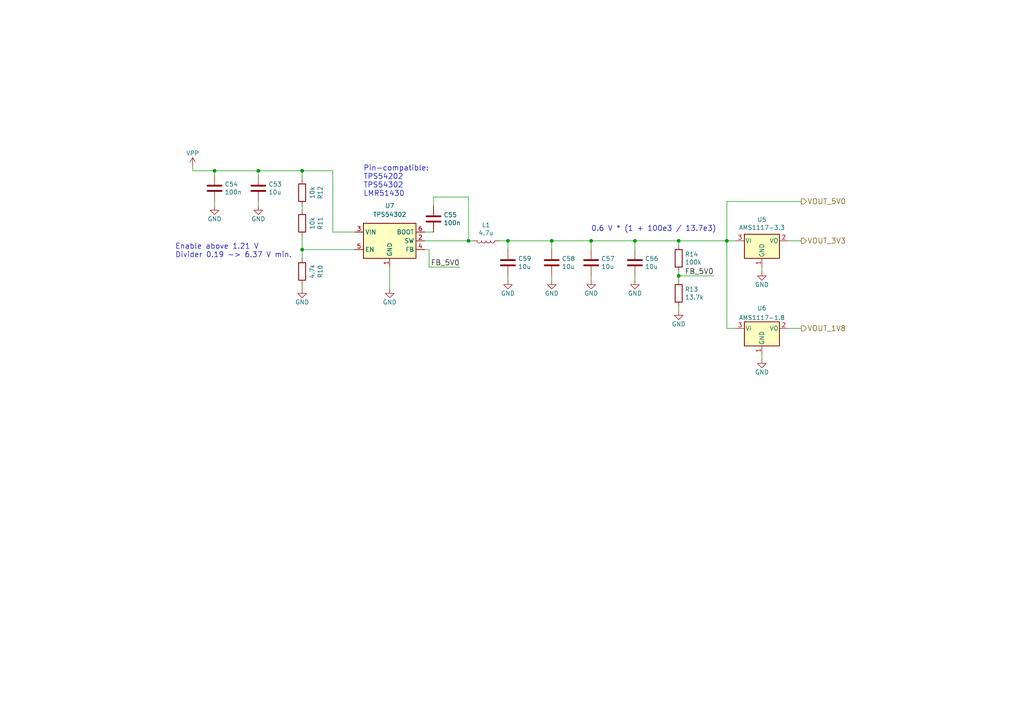
<source format=kicad_sch>
(kicad_sch (version 20211123) (generator eeschema)

  (uuid 7ed848ff-294a-4c04-9459-1c6cc82e1e45)

  (paper "A4")

  (title_block
    (title "blus mini")
    (date "2023-05-08")
    (rev "b")
    (company "elagil")
  )

  (lib_symbols
    (symbol "Device:C" (pin_numbers hide) (pin_names (offset 0.254)) (in_bom yes) (on_board yes)
      (property "Reference" "C" (id 0) (at 0.635 2.54 0)
        (effects (font (size 1.27 1.27)) (justify left))
      )
      (property "Value" "C" (id 1) (at 0.635 -2.54 0)
        (effects (font (size 1.27 1.27)) (justify left))
      )
      (property "Footprint" "" (id 2) (at 0.9652 -3.81 0)
        (effects (font (size 1.27 1.27)) hide)
      )
      (property "Datasheet" "~" (id 3) (at 0 0 0)
        (effects (font (size 1.27 1.27)) hide)
      )
      (property "ki_keywords" "cap capacitor" (id 4) (at 0 0 0)
        (effects (font (size 1.27 1.27)) hide)
      )
      (property "ki_description" "Unpolarized capacitor" (id 5) (at 0 0 0)
        (effects (font (size 1.27 1.27)) hide)
      )
      (property "ki_fp_filters" "C_*" (id 6) (at 0 0 0)
        (effects (font (size 1.27 1.27)) hide)
      )
      (symbol "C_0_1"
        (polyline
          (pts
            (xy -2.032 -0.762)
            (xy 2.032 -0.762)
          )
          (stroke (width 0.508) (type default) (color 0 0 0 0))
          (fill (type none))
        )
        (polyline
          (pts
            (xy -2.032 0.762)
            (xy 2.032 0.762)
          )
          (stroke (width 0.508) (type default) (color 0 0 0 0))
          (fill (type none))
        )
      )
      (symbol "C_1_1"
        (pin passive line (at 0 3.81 270) (length 2.794)
          (name "~" (effects (font (size 1.27 1.27))))
          (number "1" (effects (font (size 1.27 1.27))))
        )
        (pin passive line (at 0 -3.81 90) (length 2.794)
          (name "~" (effects (font (size 1.27 1.27))))
          (number "2" (effects (font (size 1.27 1.27))))
        )
      )
    )
    (symbol "Device:L" (pin_numbers hide) (pin_names (offset 1.016) hide) (in_bom yes) (on_board yes)
      (property "Reference" "L" (id 0) (at -1.27 0 90)
        (effects (font (size 1.27 1.27)))
      )
      (property "Value" "L" (id 1) (at 1.905 0 90)
        (effects (font (size 1.27 1.27)))
      )
      (property "Footprint" "" (id 2) (at 0 0 0)
        (effects (font (size 1.27 1.27)) hide)
      )
      (property "Datasheet" "~" (id 3) (at 0 0 0)
        (effects (font (size 1.27 1.27)) hide)
      )
      (property "ki_keywords" "inductor choke coil reactor magnetic" (id 4) (at 0 0 0)
        (effects (font (size 1.27 1.27)) hide)
      )
      (property "ki_description" "Inductor" (id 5) (at 0 0 0)
        (effects (font (size 1.27 1.27)) hide)
      )
      (property "ki_fp_filters" "Choke_* *Coil* Inductor_* L_*" (id 6) (at 0 0 0)
        (effects (font (size 1.27 1.27)) hide)
      )
      (symbol "L_0_1"
        (arc (start 0 -2.54) (mid 0.635 -1.905) (end 0 -1.27)
          (stroke (width 0) (type default) (color 0 0 0 0))
          (fill (type none))
        )
        (arc (start 0 -1.27) (mid 0.635 -0.635) (end 0 0)
          (stroke (width 0) (type default) (color 0 0 0 0))
          (fill (type none))
        )
        (arc (start 0 0) (mid 0.635 0.635) (end 0 1.27)
          (stroke (width 0) (type default) (color 0 0 0 0))
          (fill (type none))
        )
        (arc (start 0 1.27) (mid 0.635 1.905) (end 0 2.54)
          (stroke (width 0) (type default) (color 0 0 0 0))
          (fill (type none))
        )
      )
      (symbol "L_1_1"
        (pin passive line (at 0 3.81 270) (length 1.27)
          (name "1" (effects (font (size 1.27 1.27))))
          (number "1" (effects (font (size 1.27 1.27))))
        )
        (pin passive line (at 0 -3.81 90) (length 1.27)
          (name "2" (effects (font (size 1.27 1.27))))
          (number "2" (effects (font (size 1.27 1.27))))
        )
      )
    )
    (symbol "Device:R" (pin_numbers hide) (pin_names (offset 0)) (in_bom yes) (on_board yes)
      (property "Reference" "R" (id 0) (at 2.032 0 90)
        (effects (font (size 1.27 1.27)))
      )
      (property "Value" "R" (id 1) (at 0 0 90)
        (effects (font (size 1.27 1.27)))
      )
      (property "Footprint" "" (id 2) (at -1.778 0 90)
        (effects (font (size 1.27 1.27)) hide)
      )
      (property "Datasheet" "~" (id 3) (at 0 0 0)
        (effects (font (size 1.27 1.27)) hide)
      )
      (property "ki_keywords" "R res resistor" (id 4) (at 0 0 0)
        (effects (font (size 1.27 1.27)) hide)
      )
      (property "ki_description" "Resistor" (id 5) (at 0 0 0)
        (effects (font (size 1.27 1.27)) hide)
      )
      (property "ki_fp_filters" "R_*" (id 6) (at 0 0 0)
        (effects (font (size 1.27 1.27)) hide)
      )
      (symbol "R_0_1"
        (rectangle (start -1.016 -2.54) (end 1.016 2.54)
          (stroke (width 0.254) (type default) (color 0 0 0 0))
          (fill (type none))
        )
      )
      (symbol "R_1_1"
        (pin passive line (at 0 3.81 270) (length 1.27)
          (name "~" (effects (font (size 1.27 1.27))))
          (number "1" (effects (font (size 1.27 1.27))))
        )
        (pin passive line (at 0 -3.81 90) (length 1.27)
          (name "~" (effects (font (size 1.27 1.27))))
          (number "2" (effects (font (size 1.27 1.27))))
        )
      )
    )
    (symbol "Regulator_Linear:AMS1117-1.8" (pin_names (offset 0.254)) (in_bom yes) (on_board yes)
      (property "Reference" "U" (id 0) (at -3.81 3.175 0)
        (effects (font (size 1.27 1.27)))
      )
      (property "Value" "AMS1117-1.8" (id 1) (at 0 3.175 0)
        (effects (font (size 1.27 1.27)) (justify left))
      )
      (property "Footprint" "Package_TO_SOT_SMD:SOT-223-3_TabPin2" (id 2) (at 0 5.08 0)
        (effects (font (size 1.27 1.27)) hide)
      )
      (property "Datasheet" "http://www.advanced-monolithic.com/pdf/ds1117.pdf" (id 3) (at 2.54 -6.35 0)
        (effects (font (size 1.27 1.27)) hide)
      )
      (property "ki_keywords" "linear regulator ldo fixed positive" (id 4) (at 0 0 0)
        (effects (font (size 1.27 1.27)) hide)
      )
      (property "ki_description" "1A Low Dropout regulator, positive, 1.8V fixed output, SOT-223" (id 5) (at 0 0 0)
        (effects (font (size 1.27 1.27)) hide)
      )
      (property "ki_fp_filters" "SOT?223*TabPin2*" (id 6) (at 0 0 0)
        (effects (font (size 1.27 1.27)) hide)
      )
      (symbol "AMS1117-1.8_0_1"
        (rectangle (start -5.08 -5.08) (end 5.08 1.905)
          (stroke (width 0.254) (type default) (color 0 0 0 0))
          (fill (type background))
        )
      )
      (symbol "AMS1117-1.8_1_1"
        (pin power_in line (at 0 -7.62 90) (length 2.54)
          (name "GND" (effects (font (size 1.27 1.27))))
          (number "1" (effects (font (size 1.27 1.27))))
        )
        (pin power_out line (at 7.62 0 180) (length 2.54)
          (name "VO" (effects (font (size 1.27 1.27))))
          (number "2" (effects (font (size 1.27 1.27))))
        )
        (pin power_in line (at -7.62 0 0) (length 2.54)
          (name "VI" (effects (font (size 1.27 1.27))))
          (number "3" (effects (font (size 1.27 1.27))))
        )
      )
    )
    (symbol "Regulator_Linear:AMS1117-3.3" (pin_names (offset 0.254)) (in_bom yes) (on_board yes)
      (property "Reference" "U" (id 0) (at -3.81 3.175 0)
        (effects (font (size 1.27 1.27)))
      )
      (property "Value" "AMS1117-3.3" (id 1) (at 0 3.175 0)
        (effects (font (size 1.27 1.27)) (justify left))
      )
      (property "Footprint" "Package_TO_SOT_SMD:SOT-223-3_TabPin2" (id 2) (at 0 5.08 0)
        (effects (font (size 1.27 1.27)) hide)
      )
      (property "Datasheet" "http://www.advanced-monolithic.com/pdf/ds1117.pdf" (id 3) (at 2.54 -6.35 0)
        (effects (font (size 1.27 1.27)) hide)
      )
      (property "ki_keywords" "linear regulator ldo fixed positive" (id 4) (at 0 0 0)
        (effects (font (size 1.27 1.27)) hide)
      )
      (property "ki_description" "1A Low Dropout regulator, positive, 3.3V fixed output, SOT-223" (id 5) (at 0 0 0)
        (effects (font (size 1.27 1.27)) hide)
      )
      (property "ki_fp_filters" "SOT?223*TabPin2*" (id 6) (at 0 0 0)
        (effects (font (size 1.27 1.27)) hide)
      )
      (symbol "AMS1117-3.3_0_1"
        (rectangle (start -5.08 -5.08) (end 5.08 1.905)
          (stroke (width 0.254) (type default) (color 0 0 0 0))
          (fill (type background))
        )
      )
      (symbol "AMS1117-3.3_1_1"
        (pin power_in line (at 0 -7.62 90) (length 2.54)
          (name "GND" (effects (font (size 1.27 1.27))))
          (number "1" (effects (font (size 1.27 1.27))))
        )
        (pin power_out line (at 7.62 0 180) (length 2.54)
          (name "VO" (effects (font (size 1.27 1.27))))
          (number "2" (effects (font (size 1.27 1.27))))
        )
        (pin power_in line (at -7.62 0 0) (length 2.54)
          (name "VI" (effects (font (size 1.27 1.27))))
          (number "3" (effects (font (size 1.27 1.27))))
        )
      )
    )
    (symbol "Regulator_Switching:TPS54302" (in_bom yes) (on_board yes)
      (property "Reference" "U" (id 0) (at -7.62 6.35 0)
        (effects (font (size 1.27 1.27)) (justify left))
      )
      (property "Value" "TPS54302" (id 1) (at 0 6.35 0)
        (effects (font (size 1.27 1.27)) (justify left))
      )
      (property "Footprint" "Package_TO_SOT_SMD:SOT-23-6" (id 2) (at 1.27 -8.89 0)
        (effects (font (size 1.27 1.27)) (justify left) hide)
      )
      (property "Datasheet" "http://www.ti.com/lit/ds/symlink/tps54302.pdf" (id 3) (at -7.62 8.89 0)
        (effects (font (size 1.27 1.27)) hide)
      )
      (property "ki_keywords" "switching buck converter power-supply voltage regulator emi spread spectrum" (id 4) (at 0 0 0)
        (effects (font (size 1.27 1.27)) hide)
      )
      (property "ki_description" "3A, 4.5 to 28V Input, EMI Friendly integrated switch synchronous step-down regulator, pulse-skipping, SOT-23-6" (id 5) (at 0 0 0)
        (effects (font (size 1.27 1.27)) hide)
      )
      (property "ki_fp_filters" "SOT?23*" (id 6) (at 0 0 0)
        (effects (font (size 1.27 1.27)) hide)
      )
      (symbol "TPS54302_0_1"
        (rectangle (start -7.62 5.08) (end 7.62 -5.08)
          (stroke (width 0.254) (type default) (color 0 0 0 0))
          (fill (type background))
        )
      )
      (symbol "TPS54302_1_1"
        (pin power_in line (at 0 -7.62 90) (length 2.54)
          (name "GND" (effects (font (size 1.27 1.27))))
          (number "1" (effects (font (size 1.27 1.27))))
        )
        (pin power_out line (at 10.16 0 180) (length 2.54)
          (name "SW" (effects (font (size 1.27 1.27))))
          (number "2" (effects (font (size 1.27 1.27))))
        )
        (pin power_in line (at -10.16 2.54 0) (length 2.54)
          (name "VIN" (effects (font (size 1.27 1.27))))
          (number "3" (effects (font (size 1.27 1.27))))
        )
        (pin input line (at 10.16 -2.54 180) (length 2.54)
          (name "FB" (effects (font (size 1.27 1.27))))
          (number "4" (effects (font (size 1.27 1.27))))
        )
        (pin input line (at -10.16 -2.54 0) (length 2.54)
          (name "EN" (effects (font (size 1.27 1.27))))
          (number "5" (effects (font (size 1.27 1.27))))
        )
        (pin passive line (at 10.16 2.54 180) (length 2.54)
          (name "BOOT" (effects (font (size 1.27 1.27))))
          (number "6" (effects (font (size 1.27 1.27))))
        )
      )
    )
    (symbol "power:GND" (power) (pin_names (offset 0)) (in_bom yes) (on_board yes)
      (property "Reference" "#PWR" (id 0) (at 0 -6.35 0)
        (effects (font (size 1.27 1.27)) hide)
      )
      (property "Value" "GND" (id 1) (at 0 -3.81 0)
        (effects (font (size 1.27 1.27)))
      )
      (property "Footprint" "" (id 2) (at 0 0 0)
        (effects (font (size 1.27 1.27)) hide)
      )
      (property "Datasheet" "" (id 3) (at 0 0 0)
        (effects (font (size 1.27 1.27)) hide)
      )
      (property "ki_keywords" "global power" (id 4) (at 0 0 0)
        (effects (font (size 1.27 1.27)) hide)
      )
      (property "ki_description" "Power symbol creates a global label with name \"GND\" , ground" (id 5) (at 0 0 0)
        (effects (font (size 1.27 1.27)) hide)
      )
      (symbol "GND_0_1"
        (polyline
          (pts
            (xy 0 0)
            (xy 0 -1.27)
            (xy 1.27 -1.27)
            (xy 0 -2.54)
            (xy -1.27 -1.27)
            (xy 0 -1.27)
          )
          (stroke (width 0) (type default) (color 0 0 0 0))
          (fill (type none))
        )
      )
      (symbol "GND_1_1"
        (pin power_in line (at 0 0 270) (length 0) hide
          (name "GND" (effects (font (size 1.27 1.27))))
          (number "1" (effects (font (size 1.27 1.27))))
        )
      )
    )
    (symbol "power:VPP" (power) (pin_names (offset 0)) (in_bom yes) (on_board yes)
      (property "Reference" "#PWR" (id 0) (at 0 -3.81 0)
        (effects (font (size 1.27 1.27)) hide)
      )
      (property "Value" "VPP" (id 1) (at 0 3.81 0)
        (effects (font (size 1.27 1.27)))
      )
      (property "Footprint" "" (id 2) (at 0 0 0)
        (effects (font (size 1.27 1.27)) hide)
      )
      (property "Datasheet" "" (id 3) (at 0 0 0)
        (effects (font (size 1.27 1.27)) hide)
      )
      (property "ki_keywords" "global power" (id 4) (at 0 0 0)
        (effects (font (size 1.27 1.27)) hide)
      )
      (property "ki_description" "Power symbol creates a global label with name \"VPP\"" (id 5) (at 0 0 0)
        (effects (font (size 1.27 1.27)) hide)
      )
      (symbol "VPP_0_1"
        (polyline
          (pts
            (xy -0.762 1.27)
            (xy 0 2.54)
          )
          (stroke (width 0) (type default) (color 0 0 0 0))
          (fill (type none))
        )
        (polyline
          (pts
            (xy 0 0)
            (xy 0 2.54)
          )
          (stroke (width 0) (type default) (color 0 0 0 0))
          (fill (type none))
        )
        (polyline
          (pts
            (xy 0 2.54)
            (xy 0.762 1.27)
          )
          (stroke (width 0) (type default) (color 0 0 0 0))
          (fill (type none))
        )
      )
      (symbol "VPP_1_1"
        (pin power_in line (at 0 0 90) (length 0) hide
          (name "VPP" (effects (font (size 1.27 1.27))))
          (number "1" (effects (font (size 1.27 1.27))))
        )
      )
    )
  )

  (junction (at 74.93 49.53) (diameter 0) (color 0 0 0 0)
    (uuid 190861a8-7155-48ce-80cf-4627be7607ef)
  )
  (junction (at 184.15 69.85) (diameter 0) (color 0 0 0 0)
    (uuid 5324026a-b0b4-485e-b32c-b9a3046d31e8)
  )
  (junction (at 171.45 69.85) (diameter 0) (color 0 0 0 0)
    (uuid 5e141dc7-d5a0-44d6-9416-f33a1f023989)
  )
  (junction (at 135.89 69.85) (diameter 0) (color 0 0 0 0)
    (uuid 6146fb7c-44a1-4550-802c-360fbfe5db7a)
  )
  (junction (at 210.82 69.85) (diameter 0) (color 0 0 0 0)
    (uuid 770cecbc-ee68-4914-87e6-ac08d701517c)
  )
  (junction (at 147.32 69.85) (diameter 0) (color 0 0 0 0)
    (uuid 8083e3d2-0fd6-4767-b27d-37e8c81834c1)
  )
  (junction (at 196.85 69.85) (diameter 0) (color 0 0 0 0)
    (uuid 87e9cc25-72ab-441a-be74-cd16948f8e40)
  )
  (junction (at 160.02 69.85) (diameter 0) (color 0 0 0 0)
    (uuid 9550fd03-3ac4-4a0e-967e-3337905513e0)
  )
  (junction (at 87.63 72.39) (diameter 0) (color 0 0 0 0)
    (uuid 972218a6-47de-4dc7-be97-f91b583bcbd8)
  )
  (junction (at 196.85 80.01) (diameter 0) (color 0 0 0 0)
    (uuid a7a8a00f-2149-4179-a6da-f0757294111e)
  )
  (junction (at 87.63 49.53) (diameter 0) (color 0 0 0 0)
    (uuid f12d2909-09e2-448c-97de-22585eb2ddd9)
  )
  (junction (at 62.23 49.53) (diameter 0) (color 0 0 0 0)
    (uuid f9995274-631f-4d7b-8fea-d47ca7287dc2)
  )

  (wire (pts (xy 123.19 72.39) (xy 124.46 72.39))
    (stroke (width 0) (type default) (color 0 0 0 0))
    (uuid 012a2f08-94bc-42be-95a6-bf486a5b18ff)
  )
  (wire (pts (xy 135.89 57.15) (xy 135.89 69.85))
    (stroke (width 0) (type default) (color 0 0 0 0))
    (uuid 024848fa-de0e-4765-a99d-92fe5e835846)
  )
  (wire (pts (xy 125.73 57.15) (xy 135.89 57.15))
    (stroke (width 0) (type default) (color 0 0 0 0))
    (uuid 0673b74d-5661-409b-9159-8f69af443e61)
  )
  (wire (pts (xy 55.88 48.26) (xy 55.88 49.53))
    (stroke (width 0) (type default) (color 0 0 0 0))
    (uuid 072ebdb9-999e-4be5-ba37-20ccd358ebcb)
  )
  (wire (pts (xy 196.85 88.9) (xy 196.85 90.17))
    (stroke (width 0) (type default) (color 0 0 0 0))
    (uuid 11e6adc0-c634-4916-bfa3-2ccb1bd00900)
  )
  (wire (pts (xy 87.63 72.39) (xy 102.87 72.39))
    (stroke (width 0) (type default) (color 0 0 0 0))
    (uuid 129b6b9c-cc01-4eb8-90e3-0646ecb40772)
  )
  (wire (pts (xy 213.36 95.25) (xy 210.82 95.25))
    (stroke (width 0) (type default) (color 0 0 0 0))
    (uuid 1305687c-7b9d-4966-a13a-db7896a832c1)
  )
  (wire (pts (xy 144.78 69.85) (xy 147.32 69.85))
    (stroke (width 0) (type default) (color 0 0 0 0))
    (uuid 13a3baf4-346a-4144-859d-04b0e604de6c)
  )
  (wire (pts (xy 171.45 80.01) (xy 171.45 81.28))
    (stroke (width 0) (type default) (color 0 0 0 0))
    (uuid 155c7845-a862-415c-92e3-babc01af615a)
  )
  (wire (pts (xy 123.19 69.85) (xy 135.89 69.85))
    (stroke (width 0) (type default) (color 0 0 0 0))
    (uuid 18e29be1-5e28-4e0c-86c1-93cf79e88a83)
  )
  (wire (pts (xy 123.19 67.31) (xy 125.73 67.31))
    (stroke (width 0) (type default) (color 0 0 0 0))
    (uuid 1e471604-d1c1-4fa7-a08d-33283f996c10)
  )
  (wire (pts (xy 62.23 49.53) (xy 74.93 49.53))
    (stroke (width 0) (type default) (color 0 0 0 0))
    (uuid 22236075-2228-40f3-8f6c-706192bcb374)
  )
  (wire (pts (xy 220.98 102.87) (xy 220.98 104.14))
    (stroke (width 0) (type default) (color 0 0 0 0))
    (uuid 35e3b106-171d-40f8-acba-ea0f191c8abd)
  )
  (wire (pts (xy 184.15 69.85) (xy 196.85 69.85))
    (stroke (width 0) (type default) (color 0 0 0 0))
    (uuid 3921a141-d594-4e5d-b607-2e3ed30a4534)
  )
  (wire (pts (xy 87.63 82.55) (xy 87.63 83.82))
    (stroke (width 0) (type default) (color 0 0 0 0))
    (uuid 3f989751-39e4-4656-b6b2-8e96b9d326c2)
  )
  (wire (pts (xy 228.6 95.25) (xy 232.41 95.25))
    (stroke (width 0) (type default) (color 0 0 0 0))
    (uuid 42a7953a-866e-419d-a24c-73ec0dee9ccc)
  )
  (wire (pts (xy 135.89 69.85) (xy 137.16 69.85))
    (stroke (width 0) (type default) (color 0 0 0 0))
    (uuid 4760f026-f213-4fd8-a58e-3eeb227696a7)
  )
  (wire (pts (xy 147.32 80.01) (xy 147.32 81.28))
    (stroke (width 0) (type default) (color 0 0 0 0))
    (uuid 54869366-bce3-4978-82e2-e319f736f776)
  )
  (wire (pts (xy 87.63 59.69) (xy 87.63 60.96))
    (stroke (width 0) (type default) (color 0 0 0 0))
    (uuid 6471499c-3f5f-447d-9282-48c2b1cf6ffd)
  )
  (wire (pts (xy 87.63 72.39) (xy 87.63 74.93))
    (stroke (width 0) (type default) (color 0 0 0 0))
    (uuid 6f79e112-4a03-4f1b-a610-0af5ce0672d0)
  )
  (wire (pts (xy 210.82 58.42) (xy 210.82 69.85))
    (stroke (width 0) (type default) (color 0 0 0 0))
    (uuid 718cb168-53a9-4a41-92ae-25c194d7a425)
  )
  (wire (pts (xy 160.02 69.85) (xy 171.45 69.85))
    (stroke (width 0) (type default) (color 0 0 0 0))
    (uuid 7cdb8b36-1475-4505-9787-20e4f5b83079)
  )
  (wire (pts (xy 74.93 49.53) (xy 87.63 49.53))
    (stroke (width 0) (type default) (color 0 0 0 0))
    (uuid 7e2efc78-3fd6-477a-846e-65cef5c2cf91)
  )
  (wire (pts (xy 74.93 50.8) (xy 74.93 49.53))
    (stroke (width 0) (type default) (color 0 0 0 0))
    (uuid 83732015-4831-4c72-822f-1fe14459c280)
  )
  (wire (pts (xy 184.15 69.85) (xy 184.15 72.39))
    (stroke (width 0) (type default) (color 0 0 0 0))
    (uuid 8b9fec4c-fe0b-42db-9878-619dbb2e8ec2)
  )
  (wire (pts (xy 196.85 80.01) (xy 207.01 80.01))
    (stroke (width 0) (type default) (color 0 0 0 0))
    (uuid 8bd488a0-c140-4a02-91bd-e1b98bb17853)
  )
  (wire (pts (xy 196.85 80.01) (xy 196.85 81.28))
    (stroke (width 0) (type default) (color 0 0 0 0))
    (uuid 8cca3eed-139b-47f8-ba30-544559e4c4c4)
  )
  (wire (pts (xy 96.52 67.31) (xy 96.52 49.53))
    (stroke (width 0) (type default) (color 0 0 0 0))
    (uuid 8fe28ad5-698d-4df9-8cc6-eb1e544187c3)
  )
  (wire (pts (xy 113.03 83.82) (xy 113.03 77.47))
    (stroke (width 0) (type default) (color 0 0 0 0))
    (uuid 90e0ceef-4316-4307-a384-cae58dfaa265)
  )
  (wire (pts (xy 184.15 80.01) (xy 184.15 81.28))
    (stroke (width 0) (type default) (color 0 0 0 0))
    (uuid 943b92fd-09bc-4d56-817d-61c0567bba11)
  )
  (wire (pts (xy 74.93 58.42) (xy 74.93 59.69))
    (stroke (width 0) (type default) (color 0 0 0 0))
    (uuid 9ceb7582-ef85-4b67-a306-917666fdf128)
  )
  (wire (pts (xy 213.36 69.85) (xy 210.82 69.85))
    (stroke (width 0) (type default) (color 0 0 0 0))
    (uuid 9d21f68d-54a4-4e68-9a8f-c29014a74ab6)
  )
  (wire (pts (xy 160.02 69.85) (xy 160.02 72.39))
    (stroke (width 0) (type default) (color 0 0 0 0))
    (uuid 9d823942-46fc-4adc-9ba5-66487a916feb)
  )
  (wire (pts (xy 55.88 49.53) (xy 62.23 49.53))
    (stroke (width 0) (type default) (color 0 0 0 0))
    (uuid 9fc8b084-492d-4576-84ea-143391bf8810)
  )
  (wire (pts (xy 228.6 69.85) (xy 232.41 69.85))
    (stroke (width 0) (type default) (color 0 0 0 0))
    (uuid a7bba973-fedc-4852-8ac5-0f06d6a45283)
  )
  (wire (pts (xy 147.32 69.85) (xy 147.32 72.39))
    (stroke (width 0) (type default) (color 0 0 0 0))
    (uuid a9cff340-807b-423b-9a71-4a6e4fe1d03d)
  )
  (wire (pts (xy 87.63 49.53) (xy 87.63 52.07))
    (stroke (width 0) (type default) (color 0 0 0 0))
    (uuid ab020783-4497-4126-9d13-cc0a8d0b33b3)
  )
  (wire (pts (xy 102.87 67.31) (xy 96.52 67.31))
    (stroke (width 0) (type default) (color 0 0 0 0))
    (uuid af414215-6dee-4755-aa42-f53370c95cbd)
  )
  (wire (pts (xy 124.46 77.47) (xy 133.35 77.47))
    (stroke (width 0) (type default) (color 0 0 0 0))
    (uuid b5e28bda-fa64-4129-826b-e52b6663c715)
  )
  (wire (pts (xy 160.02 80.01) (xy 160.02 81.28))
    (stroke (width 0) (type default) (color 0 0 0 0))
    (uuid b8e5d0c0-0db7-4e3f-b67a-e8ceaa149bd5)
  )
  (wire (pts (xy 171.45 69.85) (xy 184.15 69.85))
    (stroke (width 0) (type default) (color 0 0 0 0))
    (uuid c03f52ea-1241-45aa-b160-9c3e2867c40c)
  )
  (wire (pts (xy 147.32 69.85) (xy 160.02 69.85))
    (stroke (width 0) (type default) (color 0 0 0 0))
    (uuid cacdc02a-869f-4c5e-89f1-9cc2dac8f896)
  )
  (wire (pts (xy 124.46 72.39) (xy 124.46 77.47))
    (stroke (width 0) (type default) (color 0 0 0 0))
    (uuid cad59550-574c-402b-8831-1d57b9759860)
  )
  (wire (pts (xy 171.45 69.85) (xy 171.45 72.39))
    (stroke (width 0) (type default) (color 0 0 0 0))
    (uuid cb99993a-8404-48d6-ad97-341e2647bb39)
  )
  (wire (pts (xy 232.41 58.42) (xy 210.82 58.42))
    (stroke (width 0) (type default) (color 0 0 0 0))
    (uuid cbfeb664-63f2-4963-8163-3b0574a3f41e)
  )
  (wire (pts (xy 210.82 69.85) (xy 210.82 95.25))
    (stroke (width 0) (type default) (color 0 0 0 0))
    (uuid ce40b87b-8da0-4e29-8863-bbbf536a0bae)
  )
  (wire (pts (xy 125.73 59.69) (xy 125.73 57.15))
    (stroke (width 0) (type default) (color 0 0 0 0))
    (uuid d3c321ae-8cae-4a4f-a4c0-ffdfab62d070)
  )
  (wire (pts (xy 196.85 69.85) (xy 196.85 71.12))
    (stroke (width 0) (type default) (color 0 0 0 0))
    (uuid e116212e-3fc4-474c-9a12-670a5f5ea854)
  )
  (wire (pts (xy 62.23 50.8) (xy 62.23 49.53))
    (stroke (width 0) (type default) (color 0 0 0 0))
    (uuid e2b639a0-306b-4756-80c0-58307f5b2a13)
  )
  (wire (pts (xy 62.23 58.42) (xy 62.23 59.69))
    (stroke (width 0) (type default) (color 0 0 0 0))
    (uuid e3a8b4a2-8f79-46b0-8eb1-af885282acaa)
  )
  (wire (pts (xy 196.85 69.85) (xy 210.82 69.85))
    (stroke (width 0) (type default) (color 0 0 0 0))
    (uuid e86399aa-cb87-42ea-97ab-7d171a9338cd)
  )
  (wire (pts (xy 196.85 78.74) (xy 196.85 80.01))
    (stroke (width 0) (type default) (color 0 0 0 0))
    (uuid ea1a48fc-5f18-4680-8821-7173e2929459)
  )
  (wire (pts (xy 220.98 77.47) (xy 220.98 78.74))
    (stroke (width 0) (type default) (color 0 0 0 0))
    (uuid ebd54471-8bfd-4ed4-b1e4-4f08c3f6f435)
  )
  (wire (pts (xy 87.63 68.58) (xy 87.63 72.39))
    (stroke (width 0) (type default) (color 0 0 0 0))
    (uuid ef353b67-b1d7-48d2-9d15-14bb454b44ea)
  )
  (wire (pts (xy 87.63 49.53) (xy 96.52 49.53))
    (stroke (width 0) (type default) (color 0 0 0 0))
    (uuid f4a4bb26-fe6b-4509-b5d3-0be6d06328ed)
  )

  (text "0.6 V * (1 + 100e3 / 13.7e3)" (at 171.45 67.31 0)
    (effects (font (size 1.524 1.524)) (justify left bottom))
    (uuid 00eaa6f9-030a-4812-b89e-3c4375f6d901)
  )
  (text "Pin-compatible:\nTPS54202\nTPS54302\nLMR51430" (at 105.41 57.15 0)
    (effects (font (size 1.524 1.524)) (justify left bottom))
    (uuid 0fa9b8c1-c232-43a3-abbd-08d86fec8e82)
  )
  (text "Enable above 1.21 V\nDivider 0.19 -> 6.37 V min." (at 50.8 74.93 0)
    (effects (font (size 1.524 1.524)) (justify left bottom))
    (uuid 7905f546-322b-4080-8f23-a46d649d1064)
  )

  (label "FB_5V0" (at 207.01 80.01 180)
    (effects (font (size 1.524 1.524)) (justify right bottom))
    (uuid dddacc5a-2d55-4483-825e-a9b72885720a)
  )
  (label "FB_5V0" (at 133.35 77.47 180)
    (effects (font (size 1.524 1.524)) (justify right bottom))
    (uuid e35e4359-401b-471b-9d6f-7432e0ffc1d2)
  )

  (hierarchical_label "VOUT_1V8" (shape output) (at 232.41 95.25 0)
    (effects (font (size 1.524 1.524)) (justify left))
    (uuid 2bc7674a-14bd-4c6f-b561-3589378a6c50)
  )
  (hierarchical_label "VOUT_3V3" (shape output) (at 232.41 69.85 0)
    (effects (font (size 1.524 1.524)) (justify left))
    (uuid 6f2ef7a2-d30f-46da-9db9-7094a0930dbb)
  )
  (hierarchical_label "VOUT_5V0" (shape output) (at 232.41 58.42 0)
    (effects (font (size 1.524 1.524)) (justify left))
    (uuid dc2f320e-be82-4a47-8e99-59b7f1368786)
  )

  (symbol (lib_id "power:GND") (at 160.02 81.28 0) (unit 1)
    (in_bom yes) (on_board yes)
    (uuid 07be4140-16fa-41b3-ae56-e190f5d15cb4)
    (property "Reference" "#PWR0118" (id 0) (at 160.02 87.63 0)
      (effects (font (size 1.27 1.27)) hide)
    )
    (property "Value" "GND" (id 1) (at 160.02 85.09 0))
    (property "Footprint" "" (id 2) (at 160.02 81.28 0)
      (effects (font (size 1.27 1.27)) hide)
    )
    (property "Datasheet" "" (id 3) (at 160.02 81.28 0)
      (effects (font (size 1.27 1.27)) hide)
    )
    (pin "1" (uuid 5b5fdae6-5bbd-472f-b1b5-a9371ee984ff))
  )

  (symbol (lib_id "Device:L") (at 140.97 69.85 270) (unit 1)
    (in_bom yes) (on_board yes)
    (uuid 1536fa4d-d82a-4499-9e48-053986d4388e)
    (property "Reference" "L1" (id 0) (at 140.97 65.2526 90))
    (property "Value" "4.7u" (id 1) (at 140.97 67.564 90))
    (property "Footprint" "Inductor_SMD:L_Abracon_ASPI-0630LR" (id 2) (at 140.97 69.85 0)
      (effects (font (size 1.27 1.27)) hide)
    )
    (property "Datasheet" "~" (id 3) (at 140.97 69.85 0)
      (effects (font (size 1.27 1.27)) hide)
    )
    (property "Mfr.Nr." "DK" (id 4) (at 140.97 69.85 0)
      (effects (font (size 1.27 1.27)) hide)
    )
    (pin "1" (uuid f1518927-ef7e-4247-a724-1bf64c8827c7))
    (pin "2" (uuid ef6c14c2-90f4-4268-be66-9d8ac087276f))
  )

  (symbol (lib_id "power:GND") (at 62.23 59.69 0) (unit 1)
    (in_bom yes) (on_board yes)
    (uuid 2387bbdc-7777-4582-847c-6f042232b6a3)
    (property "Reference" "#PWR0113" (id 0) (at 62.23 66.04 0)
      (effects (font (size 1.27 1.27)) hide)
    )
    (property "Value" "GND" (id 1) (at 62.23 63.5 0))
    (property "Footprint" "" (id 2) (at 62.23 59.69 0)
      (effects (font (size 1.27 1.27)) hide)
    )
    (property "Datasheet" "" (id 3) (at 62.23 59.69 0)
      (effects (font (size 1.27 1.27)) hide)
    )
    (pin "1" (uuid 1803c5cf-5686-4eec-a316-c6fc376bba8f))
  )

  (symbol (lib_id "Device:R") (at 196.85 85.09 0) (unit 1)
    (in_bom yes) (on_board yes)
    (uuid 251d1ed3-a1ee-4649-8f2b-f5680edcb2fd)
    (property "Reference" "R13" (id 0) (at 198.628 83.9216 0)
      (effects (font (size 1.27 1.27)) (justify left))
    )
    (property "Value" "13.7k" (id 1) (at 198.628 86.233 0)
      (effects (font (size 1.27 1.27)) (justify left))
    )
    (property "Footprint" "Resistor_SMD:R_0402_1005Metric" (id 2) (at 195.072 85.09 90)
      (effects (font (size 1.27 1.27)) hide)
    )
    (property "Datasheet" "~" (id 3) (at 196.85 85.09 0)
      (effects (font (size 1.27 1.27)) hide)
    )
    (property "Mfr.Nr." "DK" (id 4) (at 196.85 85.09 0)
      (effects (font (size 1.27 1.27)) hide)
    )
    (pin "1" (uuid 4f2cde9f-4ba0-4543-a42d-81f45b0bf565))
    (pin "2" (uuid 7567c5ef-340f-41ab-b611-3629f4440de2))
  )

  (symbol (lib_id "Device:C") (at 147.32 76.2 0) (unit 1)
    (in_bom yes) (on_board yes)
    (uuid 30e036c1-c74f-4795-af5c-4cdff160135b)
    (property "Reference" "C59" (id 0) (at 150.241 75.0316 0)
      (effects (font (size 1.27 1.27)) (justify left))
    )
    (property "Value" "10u" (id 1) (at 150.241 77.343 0)
      (effects (font (size 1.27 1.27)) (justify left))
    )
    (property "Footprint" "Capacitor_SMD:C_1206_3216Metric" (id 2) (at 148.2852 80.01 0)
      (effects (font (size 1.27 1.27)) hide)
    )
    (property "Datasheet" "~" (id 3) (at 147.32 76.2 0)
      (effects (font (size 1.27 1.27)) hide)
    )
    (property "Mfr.Nr." "" (id 4) (at 147.32 76.2 0)
      (effects (font (size 1.27 1.27)) hide)
    )
    (property "MPN" "C13585" (id 5) (at 147.32 76.2 0)
      (effects (font (size 1.27 1.27)) hide)
    )
    (pin "1" (uuid b60cf167-f7f3-4c31-b899-fb2e177ec7a7))
    (pin "2" (uuid 1581899f-f0aa-4638-b5c9-64cee365db86))
  )

  (symbol (lib_id "Device:C") (at 160.02 76.2 0) (unit 1)
    (in_bom yes) (on_board yes)
    (uuid 3477bb27-b34a-4f1d-963e-a1d8d7dcd1ed)
    (property "Reference" "C58" (id 0) (at 162.941 75.0316 0)
      (effects (font (size 1.27 1.27)) (justify left))
    )
    (property "Value" "10u" (id 1) (at 162.941 77.343 0)
      (effects (font (size 1.27 1.27)) (justify left))
    )
    (property "Footprint" "Capacitor_SMD:C_1206_3216Metric" (id 2) (at 160.9852 80.01 0)
      (effects (font (size 1.27 1.27)) hide)
    )
    (property "Datasheet" "~" (id 3) (at 160.02 76.2 0)
      (effects (font (size 1.27 1.27)) hide)
    )
    (property "Mfr.Nr." "" (id 4) (at 160.02 76.2 0)
      (effects (font (size 1.27 1.27)) hide)
    )
    (property "MPN" "C13585" (id 5) (at 160.02 76.2 0)
      (effects (font (size 1.27 1.27)) hide)
    )
    (pin "1" (uuid f4be145e-86dd-4929-ab81-da9babe00e13))
    (pin "2" (uuid c553ed80-1c3c-4fad-83cd-b2fa13d9afb5))
  )

  (symbol (lib_id "Device:C") (at 125.73 63.5 0) (unit 1)
    (in_bom yes) (on_board yes)
    (uuid 3a9f6c93-e498-4f7f-ace1-3220a8434384)
    (property "Reference" "C55" (id 0) (at 128.651 62.3316 0)
      (effects (font (size 1.27 1.27)) (justify left))
    )
    (property "Value" "100n" (id 1) (at 128.651 64.643 0)
      (effects (font (size 1.27 1.27)) (justify left))
    )
    (property "Footprint" "Capacitor_SMD:C_0402_1005Metric" (id 2) (at 126.6952 67.31 0)
      (effects (font (size 1.27 1.27)) hide)
    )
    (property "Datasheet" "~" (id 3) (at 125.73 63.5 0)
      (effects (font (size 1.27 1.27)) hide)
    )
    (property "Mfr.Nr." "" (id 4) (at 125.73 63.5 0)
      (effects (font (size 1.27 1.27)) hide)
    )
    (property "MPN" "C307331" (id 5) (at 125.73 63.5 0)
      (effects (font (size 1.27 1.27)) hide)
    )
    (pin "1" (uuid eab9893e-df42-4954-8b39-1f7096aa443c))
    (pin "2" (uuid 761f54ef-65d6-4ef2-8c61-0c80d2c7aac9))
  )

  (symbol (lib_id "power:VPP") (at 55.88 48.26 0) (unit 1)
    (in_bom yes) (on_board yes)
    (uuid 3ef84939-5b32-474d-8d64-931704b06daf)
    (property "Reference" "#PWR0112" (id 0) (at 55.88 52.07 0)
      (effects (font (size 1.27 1.27)) hide)
    )
    (property "Value" "VPP" (id 1) (at 55.88 44.45 0))
    (property "Footprint" "" (id 2) (at 55.88 48.26 0)
      (effects (font (size 1.27 1.27)) hide)
    )
    (property "Datasheet" "" (id 3) (at 55.88 48.26 0)
      (effects (font (size 1.27 1.27)) hide)
    )
    (pin "1" (uuid f18ed13c-224f-40ec-b601-f7bbc452ec8a))
  )

  (symbol (lib_id "Device:C") (at 62.23 54.61 0) (unit 1)
    (in_bom yes) (on_board yes)
    (uuid 4f873929-5a38-4f15-8359-0d76c53b312f)
    (property "Reference" "C54" (id 0) (at 65.151 53.4416 0)
      (effects (font (size 1.27 1.27)) (justify left))
    )
    (property "Value" "100n" (id 1) (at 65.151 55.753 0)
      (effects (font (size 1.27 1.27)) (justify left))
    )
    (property "Footprint" "Capacitor_SMD:C_0402_1005Metric" (id 2) (at 63.1952 58.42 0)
      (effects (font (size 1.27 1.27)) hide)
    )
    (property "Datasheet" "~" (id 3) (at 62.23 54.61 0)
      (effects (font (size 1.27 1.27)) hide)
    )
    (property "Mfr.Nr." "" (id 4) (at 62.23 54.61 0)
      (effects (font (size 1.27 1.27)) hide)
    )
    (property "MPN" "C307331" (id 5) (at 62.23 54.61 0)
      (effects (font (size 1.27 1.27)) hide)
    )
    (pin "1" (uuid 32b8d379-2684-42e2-8c66-402b70e47eb2))
    (pin "2" (uuid 8b2ad2b1-914f-4cd9-a6f8-467bbb4e1be2))
  )

  (symbol (lib_id "Regulator_Switching:TPS54302") (at 113.03 69.85 0) (unit 1)
    (in_bom yes) (on_board yes) (fields_autoplaced)
    (uuid 59637115-9760-4d8b-be2d-3c1ca2a7ae8e)
    (property "Reference" "U7" (id 0) (at 113.03 59.69 0))
    (property "Value" "TPS54302" (id 1) (at 113.03 62.23 0))
    (property "Footprint" "Package_TO_SOT_SMD:SOT-23-6" (id 2) (at 114.3 78.74 0)
      (effects (font (size 1.27 1.27)) (justify left) hide)
    )
    (property "Datasheet" "http://www.ti.com/lit/ds/symlink/tps54302.pdf" (id 3) (at 105.41 60.96 0)
      (effects (font (size 1.27 1.27)) hide)
    )
    (property "Mfr.Nr." "M/DK" (id 4) (at 113.03 69.85 0)
      (effects (font (size 1.27 1.27)) hide)
    )
    (property "JLCPCB Rotation Offset" "180" (id 5) (at 113.03 69.85 0)
      (effects (font (size 1.524 1.524)) hide)
    )
    (pin "1" (uuid 2581aa5c-a856-43a8-8ba1-720b7723561e))
    (pin "2" (uuid 99847250-ca3d-47e3-83b0-8cb5f6b79e46))
    (pin "3" (uuid 76474587-fa62-404d-837f-7453d5d5e900))
    (pin "4" (uuid 048af76a-f107-47f0-8fd0-0d843bc7a77d))
    (pin "5" (uuid 5fb4c08d-4fb4-4de2-923a-10a67d61c447))
    (pin "6" (uuid b7b02d80-af84-44ad-b21d-6ce356e6e590))
  )

  (symbol (lib_id "Device:C") (at 171.45 76.2 0) (unit 1)
    (in_bom yes) (on_board yes)
    (uuid 5aa02f68-ef79-4523-bea3-f08cccfdc26a)
    (property "Reference" "C57" (id 0) (at 174.371 75.0316 0)
      (effects (font (size 1.27 1.27)) (justify left))
    )
    (property "Value" "10u" (id 1) (at 174.371 77.343 0)
      (effects (font (size 1.27 1.27)) (justify left))
    )
    (property "Footprint" "Capacitor_SMD:C_1206_3216Metric" (id 2) (at 172.4152 80.01 0)
      (effects (font (size 1.27 1.27)) hide)
    )
    (property "Datasheet" "~" (id 3) (at 171.45 76.2 0)
      (effects (font (size 1.27 1.27)) hide)
    )
    (property "Mfr.Nr." "" (id 4) (at 171.45 76.2 0)
      (effects (font (size 1.27 1.27)) hide)
    )
    (property "MPN" "C13585" (id 5) (at 171.45 76.2 0)
      (effects (font (size 1.27 1.27)) hide)
    )
    (pin "1" (uuid 93fd81da-48c6-4b5e-b104-5a24de608679))
    (pin "2" (uuid 0f5cdc11-6640-4524-a77b-b00353cd4f4b))
  )

  (symbol (lib_id "power:GND") (at 184.15 81.28 0) (unit 1)
    (in_bom yes) (on_board yes)
    (uuid 5b1134d1-ab5f-48fa-b527-ffdc1b4c5ff5)
    (property "Reference" "#PWR0120" (id 0) (at 184.15 87.63 0)
      (effects (font (size 1.27 1.27)) hide)
    )
    (property "Value" "GND" (id 1) (at 184.15 85.09 0))
    (property "Footprint" "" (id 2) (at 184.15 81.28 0)
      (effects (font (size 1.27 1.27)) hide)
    )
    (property "Datasheet" "" (id 3) (at 184.15 81.28 0)
      (effects (font (size 1.27 1.27)) hide)
    )
    (pin "1" (uuid d97b12d3-5123-48f9-ac82-0bf8f07ff124))
  )

  (symbol (lib_id "power:GND") (at 171.45 81.28 0) (unit 1)
    (in_bom yes) (on_board yes)
    (uuid 60844667-e45a-49e4-8967-803b66d26bff)
    (property "Reference" "#PWR0119" (id 0) (at 171.45 87.63 0)
      (effects (font (size 1.27 1.27)) hide)
    )
    (property "Value" "GND" (id 1) (at 171.45 85.09 0))
    (property "Footprint" "" (id 2) (at 171.45 81.28 0)
      (effects (font (size 1.27 1.27)) hide)
    )
    (property "Datasheet" "" (id 3) (at 171.45 81.28 0)
      (effects (font (size 1.27 1.27)) hide)
    )
    (pin "1" (uuid 650f663e-f553-4f22-87fd-dfab0c3802cb))
  )

  (symbol (lib_id "Device:R") (at 196.85 74.93 0) (unit 1)
    (in_bom yes) (on_board yes)
    (uuid 88be73e5-dc61-4ce7-af15-fe88fc0387f1)
    (property "Reference" "R14" (id 0) (at 198.628 73.7616 0)
      (effects (font (size 1.27 1.27)) (justify left))
    )
    (property "Value" "100k" (id 1) (at 198.628 76.073 0)
      (effects (font (size 1.27 1.27)) (justify left))
    )
    (property "Footprint" "Resistor_SMD:R_0402_1005Metric" (id 2) (at 195.072 74.93 90)
      (effects (font (size 1.27 1.27)) hide)
    )
    (property "Datasheet" "~" (id 3) (at 196.85 74.93 0)
      (effects (font (size 1.27 1.27)) hide)
    )
    (property "Mfr.Nr." "" (id 4) (at 196.85 74.93 0)
      (effects (font (size 1.27 1.27)) hide)
    )
    (property "MPN" "C25741" (id 5) (at 196.85 74.93 0)
      (effects (font (size 1.27 1.27)) hide)
    )
    (pin "1" (uuid 7d245b63-1ea5-4694-ade9-cd3fad20ae19))
    (pin "2" (uuid c63269a9-082a-4f8f-a100-68450d3b5dcf))
  )

  (symbol (lib_id "Regulator_Linear:AMS1117-3.3") (at 220.98 69.85 0) (unit 1)
    (in_bom yes) (on_board yes)
    (uuid 9396f9fd-a06e-4ae3-a3dc-70a273dc2ed3)
    (property "Reference" "U5" (id 0) (at 220.98 63.7032 0))
    (property "Value" "AMS1117-3.3" (id 1) (at 220.98 66.0146 0))
    (property "Footprint" "Package_TO_SOT_SMD:SOT-223-3_TabPin2" (id 2) (at 220.98 64.77 0)
      (effects (font (size 1.27 1.27)) hide)
    )
    (property "Datasheet" "http://www.advanced-monolithic.com/pdf/ds1117.pdf" (id 3) (at 223.52 76.2 0)
      (effects (font (size 1.27 1.27)) hide)
    )
    (property "Mfr.Nr." "" (id 4) (at 220.98 69.85 0)
      (effects (font (size 1.27 1.27)) hide)
    )
    (property "MPN" "C6186" (id 5) (at 220.98 69.85 0)
      (effects (font (size 1.27 1.27)) hide)
    )
    (property "JLCPCB Rotation Offset" "180" (id 6) (at 220.98 69.85 0)
      (effects (font (size 1.524 1.524)) hide)
    )
    (pin "1" (uuid 72fccb14-0920-4b63-b83e-df6dc943b427))
    (pin "2" (uuid 2a821dbd-4ed0-4509-95e3-b85dd2f05530))
    (pin "3" (uuid 3bbd4f62-5276-42b0-9a44-7496a102e484))
  )

  (symbol (lib_id "Device:R") (at 87.63 55.88 180) (unit 1)
    (in_bom yes) (on_board yes)
    (uuid 9e881803-558c-4d6c-bd51-69c7e0018475)
    (property "Reference" "R12" (id 0) (at 92.8878 55.88 90))
    (property "Value" "10k" (id 1) (at 90.5764 55.88 90))
    (property "Footprint" "Resistor_SMD:R_0402_1005Metric" (id 2) (at 89.408 55.88 90)
      (effects (font (size 1.27 1.27)) hide)
    )
    (property "Datasheet" "~" (id 3) (at 87.63 55.88 0)
      (effects (font (size 1.27 1.27)) hide)
    )
    (property "Mfr.Nr." "" (id 4) (at 87.63 55.88 0)
      (effects (font (size 1.27 1.27)) hide)
    )
    (property "MPN" "C25744" (id 5) (at 87.63 55.88 0)
      (effects (font (size 1.27 1.27)) hide)
    )
    (pin "1" (uuid 2a221938-6bb1-45ef-87ac-07c9d4f7e729))
    (pin "2" (uuid a6bd295e-558a-461c-a21f-4a22bdc9f0ed))
  )

  (symbol (lib_id "Device:C") (at 184.15 76.2 0) (unit 1)
    (in_bom yes) (on_board yes)
    (uuid aa3a0060-76c9-4069-9e57-442ad024706f)
    (property "Reference" "C56" (id 0) (at 187.071 75.0316 0)
      (effects (font (size 1.27 1.27)) (justify left))
    )
    (property "Value" "10u" (id 1) (at 187.071 77.343 0)
      (effects (font (size 1.27 1.27)) (justify left))
    )
    (property "Footprint" "Capacitor_SMD:C_1206_3216Metric" (id 2) (at 185.1152 80.01 0)
      (effects (font (size 1.27 1.27)) hide)
    )
    (property "Datasheet" "~" (id 3) (at 184.15 76.2 0)
      (effects (font (size 1.27 1.27)) hide)
    )
    (property "Mfr.Nr." "" (id 4) (at 184.15 76.2 0)
      (effects (font (size 1.27 1.27)) hide)
    )
    (property "MPN" "C13585" (id 5) (at 184.15 76.2 0)
      (effects (font (size 1.27 1.27)) hide)
    )
    (pin "1" (uuid 7184a388-cc65-4ca0-b983-ce80552a1eda))
    (pin "2" (uuid f86b1100-3063-4eb4-9155-b5d607504529))
  )

  (symbol (lib_id "power:GND") (at 147.32 81.28 0) (unit 1)
    (in_bom yes) (on_board yes)
    (uuid b37b3840-d556-4b7e-b34b-56fed5fbed80)
    (property "Reference" "#PWR0117" (id 0) (at 147.32 87.63 0)
      (effects (font (size 1.27 1.27)) hide)
    )
    (property "Value" "GND" (id 1) (at 147.32 85.09 0))
    (property "Footprint" "" (id 2) (at 147.32 81.28 0)
      (effects (font (size 1.27 1.27)) hide)
    )
    (property "Datasheet" "" (id 3) (at 147.32 81.28 0)
      (effects (font (size 1.27 1.27)) hide)
    )
    (pin "1" (uuid cd578b41-4e78-4cd4-8104-63dcb99b7227))
  )

  (symbol (lib_id "power:GND") (at 74.93 59.69 0) (unit 1)
    (in_bom yes) (on_board yes)
    (uuid bb1b006d-74e1-4679-b29e-12c6e7cde2ce)
    (property "Reference" "#PWR0114" (id 0) (at 74.93 66.04 0)
      (effects (font (size 1.27 1.27)) hide)
    )
    (property "Value" "GND" (id 1) (at 74.93 63.5 0))
    (property "Footprint" "" (id 2) (at 74.93 59.69 0)
      (effects (font (size 1.27 1.27)) hide)
    )
    (property "Datasheet" "" (id 3) (at 74.93 59.69 0)
      (effects (font (size 1.27 1.27)) hide)
    )
    (pin "1" (uuid b7045310-cff7-458f-97c5-f3305913aed7))
  )

  (symbol (lib_id "Device:R") (at 87.63 64.77 180) (unit 1)
    (in_bom yes) (on_board yes)
    (uuid bd21b20e-edb6-48e5-9d3d-51af3ff3f3b9)
    (property "Reference" "R11" (id 0) (at 92.8878 64.77 90))
    (property "Value" "10k" (id 1) (at 90.5764 64.77 90))
    (property "Footprint" "Resistor_SMD:R_0402_1005Metric" (id 2) (at 89.408 64.77 90)
      (effects (font (size 1.27 1.27)) hide)
    )
    (property "Datasheet" "~" (id 3) (at 87.63 64.77 0)
      (effects (font (size 1.27 1.27)) hide)
    )
    (property "Mfr.Nr." "" (id 4) (at 87.63 64.77 0)
      (effects (font (size 1.27 1.27)) hide)
    )
    (property "MPN" "C25744" (id 5) (at 87.63 64.77 0)
      (effects (font (size 1.27 1.27)) hide)
    )
    (pin "1" (uuid 4d923e30-f43e-44b9-939d-f620f006b96a))
    (pin "2" (uuid 171d061d-772b-49a3-8d7d-b87982b71882))
  )

  (symbol (lib_id "power:GND") (at 220.98 104.14 0) (unit 1)
    (in_bom yes) (on_board yes)
    (uuid c4753bb8-8dcc-4460-a821-feb5da68913a)
    (property "Reference" "#PWR0123" (id 0) (at 220.98 110.49 0)
      (effects (font (size 1.27 1.27)) hide)
    )
    (property "Value" "GND" (id 1) (at 220.98 107.95 0))
    (property "Footprint" "" (id 2) (at 220.98 104.14 0)
      (effects (font (size 1.27 1.27)) hide)
    )
    (property "Datasheet" "" (id 3) (at 220.98 104.14 0)
      (effects (font (size 1.27 1.27)) hide)
    )
    (pin "1" (uuid c5f31e45-dda4-432e-81b9-92b84bf453d0))
  )

  (symbol (lib_id "Regulator_Linear:AMS1117-1.8") (at 220.98 95.25 0) (unit 1)
    (in_bom yes) (on_board yes) (fields_autoplaced)
    (uuid c7222b74-ccff-448d-bf1e-434c9ce56599)
    (property "Reference" "U6" (id 0) (at 220.98 89.3785 0))
    (property "Value" "AMS1117-1.8" (id 1) (at 220.98 92.1536 0))
    (property "Footprint" "Package_TO_SOT_SMD:SOT-223-3_TabPin2" (id 2) (at 220.98 90.17 0)
      (effects (font (size 1.27 1.27)) hide)
    )
    (property "Datasheet" "http://www.advanced-monolithic.com/pdf/ds1117.pdf" (id 3) (at 223.52 101.6 0)
      (effects (font (size 1.27 1.27)) hide)
    )
    (property "Mfr.Nr." "DK" (id 4) (at 220.98 95.25 0)
      (effects (font (size 1.27 1.27)) hide)
    )
    (property "JLCPCB Rotation Offset" "180" (id 5) (at 220.98 95.25 0)
      (effects (font (size 1.524 1.524)) hide)
    )
    (pin "1" (uuid 44b72e83-5d10-45dc-8e52-908523de8f5b))
    (pin "2" (uuid 62d76847-f88c-4472-bc2f-cec0341d6925))
    (pin "3" (uuid 6da51f3d-ec94-4b2e-a237-46f7fe0cacab))
  )

  (symbol (lib_id "Device:C") (at 74.93 54.61 0) (unit 1)
    (in_bom yes) (on_board yes)
    (uuid dc0cade4-25eb-478f-9d6a-8636e79ac728)
    (property "Reference" "C53" (id 0) (at 77.851 53.4416 0)
      (effects (font (size 1.27 1.27)) (justify left))
    )
    (property "Value" "10u" (id 1) (at 77.851 55.753 0)
      (effects (font (size 1.27 1.27)) (justify left))
    )
    (property "Footprint" "Capacitor_SMD:C_1206_3216Metric" (id 2) (at 75.8952 58.42 0)
      (effects (font (size 1.27 1.27)) hide)
    )
    (property "Datasheet" "~" (id 3) (at 74.93 54.61 0)
      (effects (font (size 1.27 1.27)) hide)
    )
    (property "Mfr.Nr." "" (id 4) (at 74.93 54.61 0)
      (effects (font (size 1.27 1.27)) hide)
    )
    (property "MPN" "C13585" (id 5) (at 74.93 54.61 0)
      (effects (font (size 1.27 1.27)) hide)
    )
    (pin "1" (uuid 322a75cc-90d9-4c60-890a-f297ddc64020))
    (pin "2" (uuid c4b660b5-09b5-48e7-9e52-8f2e77c8648b))
  )

  (symbol (lib_id "power:GND") (at 220.98 78.74 0) (unit 1)
    (in_bom yes) (on_board yes)
    (uuid eb993c97-7355-4de4-a9db-eb29ed617c16)
    (property "Reference" "#PWR0122" (id 0) (at 220.98 85.09 0)
      (effects (font (size 1.27 1.27)) hide)
    )
    (property "Value" "GND" (id 1) (at 220.98 82.55 0))
    (property "Footprint" "" (id 2) (at 220.98 78.74 0)
      (effects (font (size 1.27 1.27)) hide)
    )
    (property "Datasheet" "" (id 3) (at 220.98 78.74 0)
      (effects (font (size 1.27 1.27)) hide)
    )
    (pin "1" (uuid d824107c-4ed6-478d-a17e-9244628c5d12))
  )

  (symbol (lib_id "power:GND") (at 87.63 83.82 0) (unit 1)
    (in_bom yes) (on_board yes)
    (uuid efc2b3e6-322f-4e9b-8712-7c9bf9ec8455)
    (property "Reference" "#PWR0115" (id 0) (at 87.63 90.17 0)
      (effects (font (size 1.27 1.27)) hide)
    )
    (property "Value" "GND" (id 1) (at 87.63 87.63 0))
    (property "Footprint" "" (id 2) (at 87.63 83.82 0)
      (effects (font (size 1.27 1.27)) hide)
    )
    (property "Datasheet" "" (id 3) (at 87.63 83.82 0)
      (effects (font (size 1.27 1.27)) hide)
    )
    (pin "1" (uuid a3ff7494-2bd7-44fc-b802-f2457a5d95ed))
  )

  (symbol (lib_id "power:GND") (at 196.85 90.17 0) (unit 1)
    (in_bom yes) (on_board yes)
    (uuid fa6610b3-9c75-46c2-8f5d-b94a1914f224)
    (property "Reference" "#PWR0121" (id 0) (at 196.85 96.52 0)
      (effects (font (size 1.27 1.27)) hide)
    )
    (property "Value" "GND" (id 1) (at 196.85 93.98 0))
    (property "Footprint" "" (id 2) (at 196.85 90.17 0)
      (effects (font (size 1.27 1.27)) hide)
    )
    (property "Datasheet" "" (id 3) (at 196.85 90.17 0)
      (effects (font (size 1.27 1.27)) hide)
    )
    (pin "1" (uuid ad6a7c93-998b-45d7-90e7-b7dcb00bfda3))
  )

  (symbol (lib_id "Device:R") (at 87.63 78.74 180) (unit 1)
    (in_bom yes) (on_board yes)
    (uuid fa82f96c-c66b-4803-834e-e08ae13e3d59)
    (property "Reference" "R10" (id 0) (at 92.8878 78.74 90))
    (property "Value" "4.7k" (id 1) (at 90.5764 78.74 90))
    (property "Footprint" "Resistor_SMD:R_0402_1005Metric" (id 2) (at 89.408 78.74 90)
      (effects (font (size 1.27 1.27)) hide)
    )
    (property "Datasheet" "~" (id 3) (at 87.63 78.74 0)
      (effects (font (size 1.27 1.27)) hide)
    )
    (property "Mfr.Nr." "" (id 4) (at 87.63 78.74 0)
      (effects (font (size 1.27 1.27)) hide)
    )
    (property "MPN" "C25900" (id 5) (at 87.63 78.74 0)
      (effects (font (size 1.27 1.27)) hide)
    )
    (pin "1" (uuid c04183ed-7887-4c33-9ab3-5e9a824bbf1c))
    (pin "2" (uuid 1363bfdb-9ed2-4ffa-9fcf-6f843649fbeb))
  )

  (symbol (lib_id "power:GND") (at 113.03 83.82 0) (unit 1)
    (in_bom yes) (on_board yes)
    (uuid fe13173b-9e58-4bd5-8df0-f3195612501f)
    (property "Reference" "#PWR0116" (id 0) (at 113.03 90.17 0)
      (effects (font (size 1.27 1.27)) hide)
    )
    (property "Value" "GND" (id 1) (at 113.03 87.63 0))
    (property "Footprint" "" (id 2) (at 113.03 83.82 0)
      (effects (font (size 1.27 1.27)) hide)
    )
    (property "Datasheet" "" (id 3) (at 113.03 83.82 0)
      (effects (font (size 1.27 1.27)) hide)
    )
    (pin "1" (uuid 2e0026d0-6e9b-4406-959c-b8a22e3da118))
  )
)

</source>
